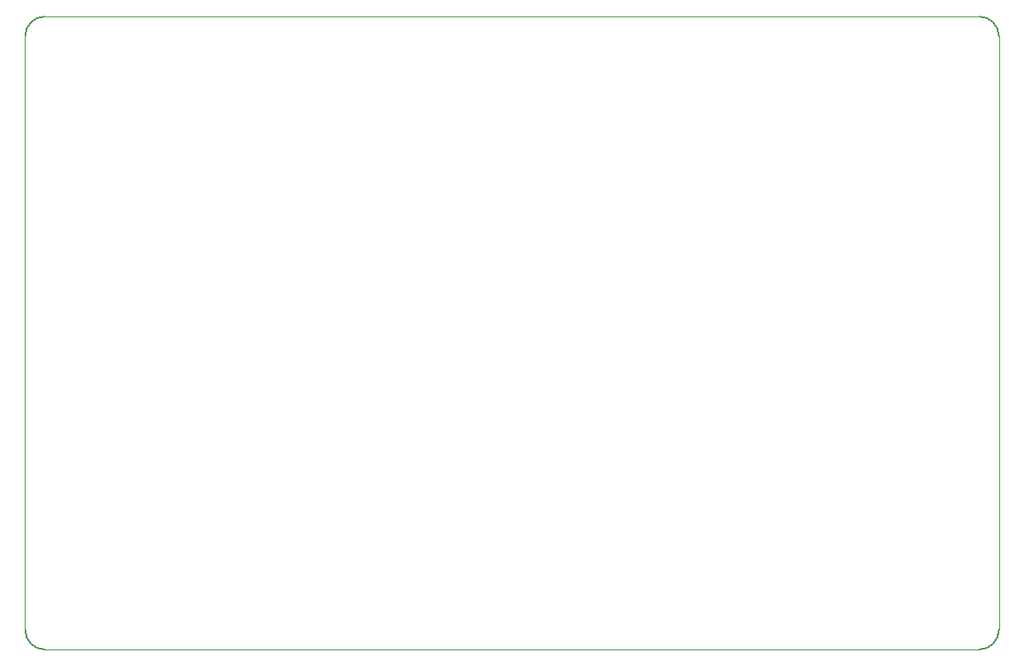
<source format=gbr>
%TF.GenerationSoftware,KiCad,Pcbnew,(6.99.0-3568-gdcfcfd5f29)*%
%TF.CreationDate,2022-10-04T16:24:13+03:00*%
%TF.ProjectId,welder ac diy,77656c64-6572-4206-9163-206469792e6b,rev?*%
%TF.SameCoordinates,Original*%
%TF.FileFunction,Profile,NP*%
%FSLAX46Y46*%
G04 Gerber Fmt 4.6, Leading zero omitted, Abs format (unit mm)*
G04 Created by KiCad (PCBNEW (6.99.0-3568-gdcfcfd5f29)) date 2022-10-04 16:24:13*
%MOMM*%
%LPD*%
G01*
G04 APERTURE LIST*
%TA.AperFunction,Profile*%
%ADD10C,0.150000*%
%TD*%
%TA.AperFunction,Profile*%
%ADD11C,0.100000*%
%TD*%
G04 APERTURE END LIST*
D10*
X52000000Y-50000000D02*
G75*
G03*
X50000000Y-52000000I0J-2000000D01*
G01*
X148000000Y-115000000D02*
G75*
G03*
X150000000Y-113000000I0J2000000D01*
G01*
D11*
X52000000Y-50000000D02*
X148000000Y-50000000D01*
X150000000Y-52000000D02*
X150000000Y-113000000D01*
D10*
X50000000Y-113000000D02*
G75*
G03*
X52000000Y-115000000I2000000J0D01*
G01*
D11*
X148000000Y-115000000D02*
X52000000Y-115000000D01*
X50000000Y-113000000D02*
X50000000Y-52000000D01*
D10*
X150000000Y-52000000D02*
G75*
G03*
X148000000Y-50000000I-2000000J0D01*
G01*
M02*

</source>
